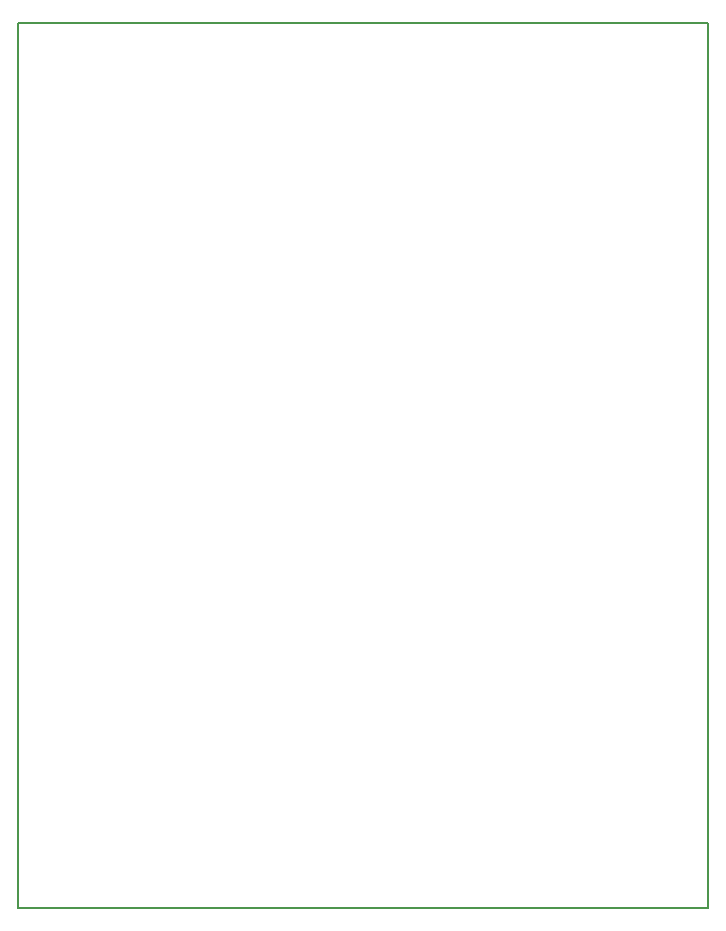
<source format=gbr>
G04 DipTrace 2.4.0.2*
%INBoardOutline.gbr*%
%MOIN*%
%ADD11C,0.006*%
%FSLAX44Y44*%
G04*
G70*
G90*
G75*
G01*
%LNBoardOutline*%
%LPD*%
X3940Y33440D2*
D11*
X26940D1*
Y3940D1*
X3940D1*
Y33440D1*
M02*

</source>
